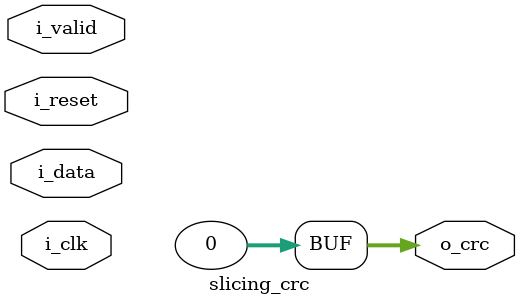
<source format=sv>
/*
 *   Module: slicing_crc
 *
 *   Description: Slicing-by-N CRC calculator, designed for Ethernet.
 *                Based on Sarwate's algorithm.
 *
 */

`default_nettype none
`timescale 1ns/1ps

module slicing_crc #(
    parameter int SLICE_LENGTH = 8,
    parameter int INITIAL_CRC = 32'hFFFFFFFF,
    parameter bit INVERT_OUTPUT = 1,
    parameter bit REGISTER_OUTPUT = 1,
    localparam int MAX_SLICE_LENGTH = 16 // Number of lines in crc_tables.mem
) (
    input wire i_clk,
    input wire i_reset,
    input wire [8*SLICE_LENGTH-1:0] i_data,
    input wire [SLICE_LENGTH-1:0] i_valid,
    output wire [31:0] o_crc
);

    // TODO: Implement slicing CRC calculator
    //
    // Requirements:
    // - Read CRC lookup tables from crc_tables.mem
    // - Count valid bytes from i_valid signal
    // - Perform table lookups for each valid byte
    // - XOR table outputs to compute CRC
    // - Handle partial slices correctly
    // - Support configurable output registration and inversion
    //
    // See docs/Specification.md for complete behavioral requirements.

    // Placeholder output
    assign o_crc = 32'h0;

endmodule


</source>
